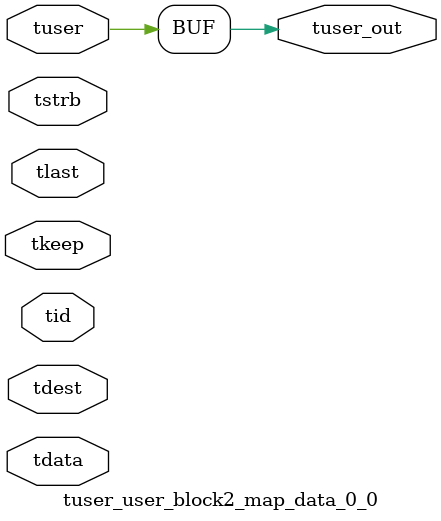
<source format=v>


`timescale 1ps/1ps

module tuser_user_block2_map_data_0_0 #
(
parameter C_S_AXIS_TUSER_WIDTH = 1,
parameter C_S_AXIS_TDATA_WIDTH = 32,
parameter C_S_AXIS_TID_WIDTH   = 0,
parameter C_S_AXIS_TDEST_WIDTH = 0,
parameter C_M_AXIS_TUSER_WIDTH = 1
)
(
input  [(C_S_AXIS_TUSER_WIDTH == 0 ? 1 : C_S_AXIS_TUSER_WIDTH)-1:0     ] tuser,
input  [(C_S_AXIS_TDATA_WIDTH == 0 ? 1 : C_S_AXIS_TDATA_WIDTH)-1:0     ] tdata,
input  [(C_S_AXIS_TID_WIDTH   == 0 ? 1 : C_S_AXIS_TID_WIDTH)-1:0       ] tid,
input  [(C_S_AXIS_TDEST_WIDTH == 0 ? 1 : C_S_AXIS_TDEST_WIDTH)-1:0     ] tdest,
input  [(C_S_AXIS_TDATA_WIDTH/8)-1:0 ] tkeep,
input  [(C_S_AXIS_TDATA_WIDTH/8)-1:0 ] tstrb,
input                                                                    tlast,
output [C_M_AXIS_TUSER_WIDTH-1:0] tuser_out
);

assign tuser_out = {tuser[127:32],2'b0,tuser[29:0]};

endmodule


</source>
